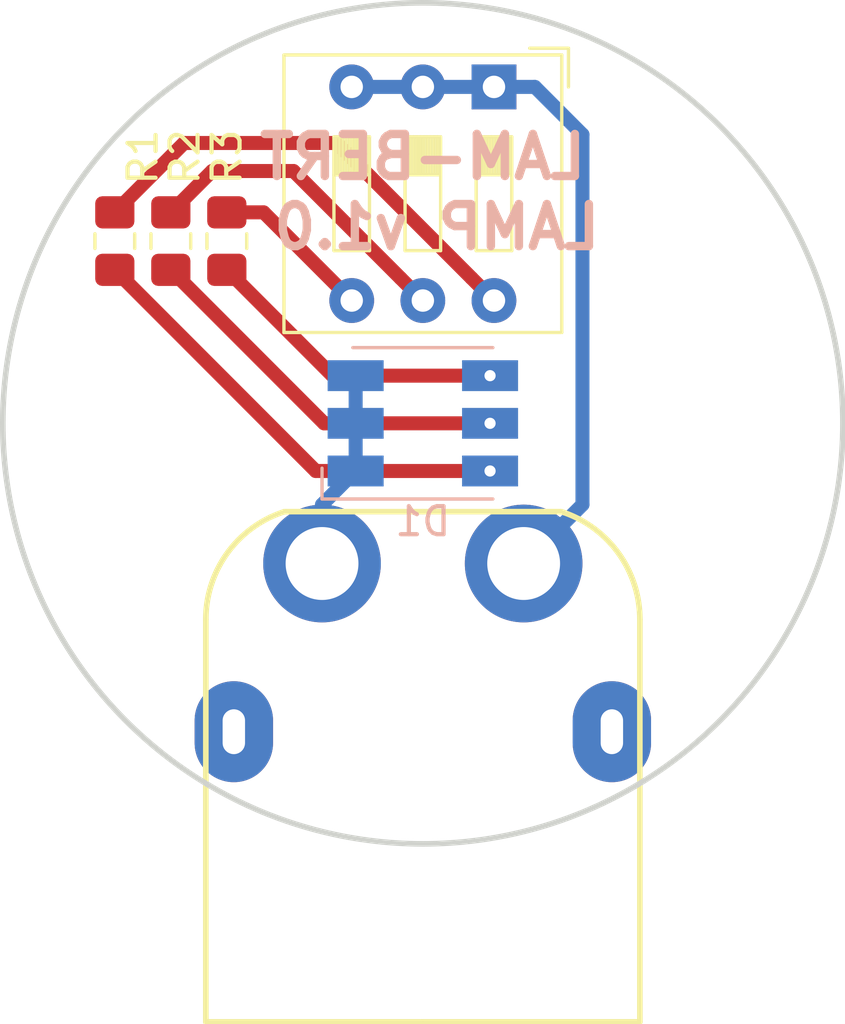
<source format=kicad_pcb>
(kicad_pcb (version 20171130) (host pcbnew 5.0.2-bee76a0~70~ubuntu16.04.1)

  (general
    (thickness 1.6)
    (drawings 5)
    (tracks 29)
    (zones 0)
    (modules 8)
    (nets 9)
  )

  (page A4)
  (layers
    (0 F.Cu signal)
    (31 B.Cu signal)
    (32 B.Adhes user)
    (33 F.Adhes user)
    (34 B.Paste user)
    (35 F.Paste user)
    (36 B.SilkS user)
    (37 F.SilkS user)
    (38 B.Mask user)
    (39 F.Mask user)
    (40 Dwgs.User user)
    (41 Cmts.User user)
    (42 Eco1.User user)
    (43 Eco2.User user)
    (44 Edge.Cuts user)
    (45 Margin user)
    (46 B.CrtYd user hide)
    (47 F.CrtYd user hide)
    (48 B.Fab user hide)
    (49 F.Fab user hide)
  )

  (setup
    (last_trace_width 0.5)
    (trace_clearance 0.2)
    (zone_clearance 0.508)
    (zone_45_only no)
    (trace_min 0.2)
    (segment_width 0.2)
    (edge_width 0.15)
    (via_size 0.8)
    (via_drill 0.4)
    (via_min_size 0.4)
    (via_min_drill 0.3)
    (uvia_size 0.3)
    (uvia_drill 0.1)
    (uvias_allowed no)
    (uvia_min_size 0.2)
    (uvia_min_drill 0.1)
    (pcb_text_width 0.3)
    (pcb_text_size 1.5 1.5)
    (mod_edge_width 0.15)
    (mod_text_size 1 1)
    (mod_text_width 0.15)
    (pad_size 1.524 1.524)
    (pad_drill 0.762)
    (pad_to_mask_clearance 0.051)
    (solder_mask_min_width 0.25)
    (aux_axis_origin 0 0)
    (visible_elements FFFFFF7F)
    (pcbplotparams
      (layerselection 0x010fc_ffffffff)
      (usegerberextensions false)
      (usegerberattributes false)
      (usegerberadvancedattributes false)
      (creategerberjobfile false)
      (excludeedgelayer true)
      (linewidth 0.100000)
      (plotframeref false)
      (viasonmask false)
      (mode 1)
      (useauxorigin false)
      (hpglpennumber 1)
      (hpglpenspeed 20)
      (hpglpendiameter 15.000000)
      (psnegative false)
      (psa4output false)
      (plotreference true)
      (plotvalue true)
      (plotinvisibletext false)
      (padsonsilk false)
      (subtractmaskfromsilk false)
      (outputformat 1)
      (mirror false)
      (drillshape 1)
      (scaleselection 1)
      (outputdirectory ""))
  )

  (net 0 "")
  (net 1 GND)
  (net 2 "Net-(D1-Pad4)")
  (net 3 "Net-(D1-Pad5)")
  (net 4 "Net-(D1-Pad6)")
  (net 5 "Net-(J1-Pad2)")
  (net 6 "Net-(R1-Pad2)")
  (net 7 "Net-(R2-Pad2)")
  (net 8 "Net-(R3-Pad2)")

  (net_class Default "This is the default net class."
    (clearance 0.2)
    (trace_width 0.5)
    (via_dia 0.8)
    (via_drill 0.4)
    (uvia_dia 0.3)
    (uvia_drill 0.1)
    (add_net GND)
    (add_net "Net-(D1-Pad4)")
    (add_net "Net-(D1-Pad5)")
    (add_net "Net-(D1-Pad6)")
    (add_net "Net-(J1-Pad2)")
    (add_net "Net-(R1-Pad2)")
    (add_net "Net-(R2-Pad2)")
    (add_net "Net-(R3-Pad2)")
  )

  (module device.farm:LED_RGB_5050-6 (layer B.Cu) (tedit 59155824) (tstamp 5DCB0EF7)
    (at 95 95)
    (descr http://cdn.sparkfun.com/datasheets/Components/LED/5060BRG4.pdf)
    (tags "RGB LED 5050-6")
    (path /5DBE1C27)
    (attr smd)
    (fp_text reference D1 (at 0 3.5 -180) (layer B.SilkS)
      (effects (font (size 1 1) (thickness 0.15)) (justify mirror))
    )
    (fp_text value LED_RGB (at 0 -3.3) (layer B.Fab)
      (effects (font (size 1 1) (thickness 0.15)) (justify mirror))
    )
    (fp_line (start -2.5 1.9) (end -1.9 2.5) (layer B.Fab) (width 0.1))
    (fp_line (start 2.5 2.5) (end -2.5 2.5) (layer B.Fab) (width 0.1))
    (fp_line (start 2.5 -2.5) (end 2.5 2.5) (layer B.Fab) (width 0.1))
    (fp_line (start -2.5 -2.5) (end 2.5 -2.5) (layer B.Fab) (width 0.1))
    (fp_line (start -2.5 2.5) (end -2.5 -2.5) (layer B.Fab) (width 0.1))
    (fp_line (start -3.6 2.7) (end 2.5 2.7) (layer B.SilkS) (width 0.12))
    (fp_line (start -3.6 1.6) (end -3.6 2.7) (layer B.SilkS) (width 0.12))
    (fp_line (start 2.5 -2.7) (end -2.5 -2.7) (layer B.SilkS) (width 0.12))
    (fp_line (start 3.65 2.75) (end -3.65 2.75) (layer B.CrtYd) (width 0.05))
    (fp_line (start 3.65 -2.75) (end 3.65 2.75) (layer B.CrtYd) (width 0.05))
    (fp_line (start -3.65 -2.75) (end 3.65 -2.75) (layer B.CrtYd) (width 0.05))
    (fp_line (start -3.65 2.75) (end -3.65 -2.75) (layer B.CrtYd) (width 0.05))
    (fp_text user %R (at 0 0) (layer B.Fab)
      (effects (font (size 0.6 0.6) (thickness 0.06)) (justify mirror))
    )
    (fp_circle (center 0 0) (end 0 1.9) (layer B.Fab) (width 0.1))
    (pad 1 smd rect (at -2.4 1.7 270) (size 1.1 2) (layers B.Cu B.Paste B.Mask)
      (net 1 GND))
    (pad 2 smd rect (at -2.4 0 270) (size 1.1 2) (layers B.Cu B.Paste B.Mask)
      (net 1 GND))
    (pad 3 smd rect (at -2.4 -1.7 270) (size 1.1 2) (layers B.Cu B.Paste B.Mask)
      (net 1 GND))
    (pad 4 smd rect (at 2.4 -1.7 270) (size 1.1 2) (layers B.Cu B.Paste B.Mask)
      (net 2 "Net-(D1-Pad4)"))
    (pad 5 smd rect (at 2.4 0 270) (size 1.1 2) (layers B.Cu B.Paste B.Mask)
      (net 3 "Net-(D1-Pad5)"))
    (pad 6 smd rect (at 2.4 1.7 270) (size 1.1 2) (layers B.Cu B.Paste B.Mask)
      (net 4 "Net-(D1-Pad6)"))
    (model ${DF_3D}/LED_RGB_5050-6.step
      (at (xyz 0 0 0))
      (scale (xyz 1 1 1))
      (rotate (xyz 0 0 0))
    )
  )

  (module MountingHole:MountingHole_3.7mm (layer F.Cu) (tedit 5DBE1F98) (tstamp 5DCB0EFF)
    (at 84 95)
    (descr "Mounting Hole 3.7mm, no annular")
    (tags "mounting hole 3.7mm no annular")
    (path /5DBE23FE)
    (attr virtual)
    (fp_text reference H1 (at 0 -4.7) (layer F.SilkS) hide
      (effects (font (size 1 1) (thickness 0.15)))
    )
    (fp_text value MountingHole (at 0 4.7) (layer F.Fab)
      (effects (font (size 1 1) (thickness 0.15)))
    )
    (fp_text user %R (at 0.3 0) (layer F.Fab)
      (effects (font (size 1 1) (thickness 0.15)))
    )
    (fp_circle (center 0 0) (end 3.7 0) (layer Cmts.User) (width 0.15))
    (fp_circle (center 0 0) (end 3.95 0) (layer F.CrtYd) (width 0.05))
    (pad 1 np_thru_hole circle (at 0 0) (size 3.7 3.7) (drill 3.7) (layers *.Cu *.Mask))
  )

  (module MountingHole:MountingHole_3.7mm (layer F.Cu) (tedit 5DBE1F9C) (tstamp 5DCB0F07)
    (at 106 95)
    (descr "Mounting Hole 3.7mm, no annular")
    (tags "mounting hole 3.7mm no annular")
    (path /5DBE24B5)
    (attr virtual)
    (fp_text reference H2 (at 0 -4.7) (layer F.SilkS) hide
      (effects (font (size 1 1) (thickness 0.15)))
    )
    (fp_text value MountingHole (at 0 4.7) (layer F.Fab)
      (effects (font (size 1 1) (thickness 0.15)))
    )
    (fp_circle (center 0 0) (end 3.95 0) (layer F.CrtYd) (width 0.05))
    (fp_circle (center 0 0) (end 3.7 0) (layer Cmts.User) (width 0.15))
    (fp_text user %R (at 0.3 0) (layer F.Fab)
      (effects (font (size 1 1) (thickness 0.15)))
    )
    (pad 1 np_thru_hole circle (at 0 0) (size 3.7 3.7) (drill 3.7) (layers *.Cu *.Mask))
  )

  (module device.farm:XT60PW-M (layer F.Cu) (tedit 5DBE206B) (tstamp 5DCB0F17)
    (at 95 100)
    (path /5DBE1ACC)
    (fp_text reference J1 (at 0 -3) (layer F.SilkS) hide
      (effects (font (size 1 1) (thickness 0.15)))
    )
    (fp_text value Conn_01x02_Male (at 0 15) (layer F.Fab)
      (effects (font (size 1 1) (thickness 0.15)))
    )
    (fp_line (start -7.75 1.9964) (end -7.75 16.34999) (layer F.SilkS) (width 0.2))
    (fp_line (start 0 -1.85001) (end 4.942354 -1.85001) (layer F.SilkS) (width 0.2))
    (fp_line (start 7.75 16.34999) (end 0 16.34999) (layer F.SilkS) (width 0.2))
    (fp_line (start 0 -1.85001) (end -4.942354 -1.85001) (layer F.SilkS) (width 0.2))
    (fp_arc (start -3.711431 1.9964) (end -4.942354 -1.85001) (angle -72.25435427) (layer F.SilkS) (width 0.2))
    (fp_line (start 7.75 1.9964) (end 7.75 16.34999) (layer F.SilkS) (width 0.2))
    (fp_arc (start 3.711431 1.9964) (end 7.75 1.9964) (angle -72.25435427) (layer F.SilkS) (width 0.2))
    (fp_line (start -7.75 16.34999) (end 0 16.34999) (layer F.SilkS) (width 0.2))
    (pad 1 thru_hole circle (at -3.6 0) (size 4.2 4.2) (drill 2.6) (layers *.Cu *.Mask)
      (net 1 GND))
    (pad 2 thru_hole circle (at 3.6 0) (size 4.2 4.2) (drill 2.6) (layers *.Cu *.Mask)
      (net 5 "Net-(J1-Pad2)"))
    (pad "" thru_hole oval (at -6.75 6) (size 2.8 3.6) (drill oval 0.8 1.6) (layers *.Cu *.Mask))
    (pad "" thru_hole oval (at 6.75 6) (size 2.8 3.6) (drill oval 0.8 1.6) (layers *.Cu *.Mask))
    (model ${DF}/device.farm.pretty/XT60PW-M.step
      (at (xyz 0 0 0))
      (scale (xyz 1 1 1))
      (rotate (xyz 0 0 180))
    )
  )

  (module Resistor_SMD:R_0805_2012Metric_Pad1.15x1.40mm_HandSolder (layer F.Cu) (tedit 5B36C52B) (tstamp 5DCB0F28)
    (at 84 88.5 90)
    (descr "Resistor SMD 0805 (2012 Metric), square (rectangular) end terminal, IPC_7351 nominal with elongated pad for handsoldering. (Body size source: https://docs.google.com/spreadsheets/d/1BsfQQcO9C6DZCsRaXUlFlo91Tg2WpOkGARC1WS5S8t0/edit?usp=sharing), generated with kicad-footprint-generator")
    (tags "resistor handsolder")
    (path /5DBE1CED)
    (attr smd)
    (fp_text reference R1 (at 3 1 90) (layer F.SilkS)
      (effects (font (size 1 1) (thickness 0.15)))
    )
    (fp_text value 270R (at 0 1.65 90) (layer F.Fab)
      (effects (font (size 1 1) (thickness 0.15)))
    )
    (fp_line (start -1 0.6) (end -1 -0.6) (layer F.Fab) (width 0.1))
    (fp_line (start -1 -0.6) (end 1 -0.6) (layer F.Fab) (width 0.1))
    (fp_line (start 1 -0.6) (end 1 0.6) (layer F.Fab) (width 0.1))
    (fp_line (start 1 0.6) (end -1 0.6) (layer F.Fab) (width 0.1))
    (fp_line (start -0.261252 -0.71) (end 0.261252 -0.71) (layer F.SilkS) (width 0.12))
    (fp_line (start -0.261252 0.71) (end 0.261252 0.71) (layer F.SilkS) (width 0.12))
    (fp_line (start -1.85 0.95) (end -1.85 -0.95) (layer F.CrtYd) (width 0.05))
    (fp_line (start -1.85 -0.95) (end 1.85 -0.95) (layer F.CrtYd) (width 0.05))
    (fp_line (start 1.85 -0.95) (end 1.85 0.95) (layer F.CrtYd) (width 0.05))
    (fp_line (start 1.85 0.95) (end -1.85 0.95) (layer F.CrtYd) (width 0.05))
    (fp_text user %R (at 0 0 90) (layer F.Fab)
      (effects (font (size 0.5 0.5) (thickness 0.08)))
    )
    (pad 1 smd roundrect (at -1.025 0 90) (size 1.15 1.4) (layers F.Cu F.Paste F.Mask) (roundrect_rratio 0.217391)
      (net 4 "Net-(D1-Pad6)"))
    (pad 2 smd roundrect (at 1.025 0 90) (size 1.15 1.4) (layers F.Cu F.Paste F.Mask) (roundrect_rratio 0.217391)
      (net 6 "Net-(R1-Pad2)"))
    (model ${KISYS3DMOD}/Resistor_SMD.3dshapes/R_0805_2012Metric.wrl
      (at (xyz 0 0 0))
      (scale (xyz 1 1 1))
      (rotate (xyz 0 0 0))
    )
  )

  (module Resistor_SMD:R_0805_2012Metric_Pad1.15x1.40mm_HandSolder (layer F.Cu) (tedit 5B36C52B) (tstamp 5DCB0F39)
    (at 86 88.5 90)
    (descr "Resistor SMD 0805 (2012 Metric), square (rectangular) end terminal, IPC_7351 nominal with elongated pad for handsoldering. (Body size source: https://docs.google.com/spreadsheets/d/1BsfQQcO9C6DZCsRaXUlFlo91Tg2WpOkGARC1WS5S8t0/edit?usp=sharing), generated with kicad-footprint-generator")
    (tags "resistor handsolder")
    (path /5DBE1DCA)
    (attr smd)
    (fp_text reference R2 (at 3 0.5 90) (layer F.SilkS)
      (effects (font (size 1 1) (thickness 0.15)))
    )
    (fp_text value 270R (at 0 1.65 90) (layer F.Fab)
      (effects (font (size 1 1) (thickness 0.15)))
    )
    (fp_text user %R (at 0 0 90) (layer F.Fab)
      (effects (font (size 0.5 0.5) (thickness 0.08)))
    )
    (fp_line (start 1.85 0.95) (end -1.85 0.95) (layer F.CrtYd) (width 0.05))
    (fp_line (start 1.85 -0.95) (end 1.85 0.95) (layer F.CrtYd) (width 0.05))
    (fp_line (start -1.85 -0.95) (end 1.85 -0.95) (layer F.CrtYd) (width 0.05))
    (fp_line (start -1.85 0.95) (end -1.85 -0.95) (layer F.CrtYd) (width 0.05))
    (fp_line (start -0.261252 0.71) (end 0.261252 0.71) (layer F.SilkS) (width 0.12))
    (fp_line (start -0.261252 -0.71) (end 0.261252 -0.71) (layer F.SilkS) (width 0.12))
    (fp_line (start 1 0.6) (end -1 0.6) (layer F.Fab) (width 0.1))
    (fp_line (start 1 -0.6) (end 1 0.6) (layer F.Fab) (width 0.1))
    (fp_line (start -1 -0.6) (end 1 -0.6) (layer F.Fab) (width 0.1))
    (fp_line (start -1 0.6) (end -1 -0.6) (layer F.Fab) (width 0.1))
    (pad 2 smd roundrect (at 1.025 0 90) (size 1.15 1.4) (layers F.Cu F.Paste F.Mask) (roundrect_rratio 0.217391)
      (net 7 "Net-(R2-Pad2)"))
    (pad 1 smd roundrect (at -1.025 0 90) (size 1.15 1.4) (layers F.Cu F.Paste F.Mask) (roundrect_rratio 0.217391)
      (net 3 "Net-(D1-Pad5)"))
    (model ${KISYS3DMOD}/Resistor_SMD.3dshapes/R_0805_2012Metric.wrl
      (at (xyz 0 0 0))
      (scale (xyz 1 1 1))
      (rotate (xyz 0 0 0))
    )
  )

  (module Resistor_SMD:R_0805_2012Metric_Pad1.15x1.40mm_HandSolder (layer F.Cu) (tedit 5B36C52B) (tstamp 5DCB2A80)
    (at 88 88.5 90)
    (descr "Resistor SMD 0805 (2012 Metric), square (rectangular) end terminal, IPC_7351 nominal with elongated pad for handsoldering. (Body size source: https://docs.google.com/spreadsheets/d/1BsfQQcO9C6DZCsRaXUlFlo91Tg2WpOkGARC1WS5S8t0/edit?usp=sharing), generated with kicad-footprint-generator")
    (tags "resistor handsolder")
    (path /5DBE1DE8)
    (attr smd)
    (fp_text reference R3 (at 3 0 90) (layer F.SilkS)
      (effects (font (size 1 1) (thickness 0.15)))
    )
    (fp_text value 270R (at 0 1.65 90) (layer F.Fab)
      (effects (font (size 1 1) (thickness 0.15)))
    )
    (fp_line (start -1 0.6) (end -1 -0.6) (layer F.Fab) (width 0.1))
    (fp_line (start -1 -0.6) (end 1 -0.6) (layer F.Fab) (width 0.1))
    (fp_line (start 1 -0.6) (end 1 0.6) (layer F.Fab) (width 0.1))
    (fp_line (start 1 0.6) (end -1 0.6) (layer F.Fab) (width 0.1))
    (fp_line (start -0.261252 -0.71) (end 0.261252 -0.71) (layer F.SilkS) (width 0.12))
    (fp_line (start -0.261252 0.71) (end 0.261252 0.71) (layer F.SilkS) (width 0.12))
    (fp_line (start -1.85 0.95) (end -1.85 -0.95) (layer F.CrtYd) (width 0.05))
    (fp_line (start -1.85 -0.95) (end 1.85 -0.95) (layer F.CrtYd) (width 0.05))
    (fp_line (start 1.85 -0.95) (end 1.85 0.95) (layer F.CrtYd) (width 0.05))
    (fp_line (start 1.85 0.95) (end -1.85 0.95) (layer F.CrtYd) (width 0.05))
    (fp_text user %R (at 0 0 90) (layer F.Fab)
      (effects (font (size 0.5 0.5) (thickness 0.08)))
    )
    (pad 1 smd roundrect (at -1.025 0 90) (size 1.15 1.4) (layers F.Cu F.Paste F.Mask) (roundrect_rratio 0.217391)
      (net 2 "Net-(D1-Pad4)"))
    (pad 2 smd roundrect (at 1.025 0 90) (size 1.15 1.4) (layers F.Cu F.Paste F.Mask) (roundrect_rratio 0.217391)
      (net 8 "Net-(R3-Pad2)"))
    (model ${KISYS3DMOD}/Resistor_SMD.3dshapes/R_0805_2012Metric.wrl
      (at (xyz 0 0 0))
      (scale (xyz 1 1 1))
      (rotate (xyz 0 0 0))
    )
  )

  (module Button_Switch_THT:SW_DIP_SPSTx03_Slide_9.78x9.8mm_W7.62mm_P2.54mm (layer F.Cu) (tedit 5DBE21E4) (tstamp 5DCB0FC5)
    (at 97.54 83 270)
    (descr "3x-dip-switch SPST , Slide, row spacing 7.62 mm (300 mils), body size 9.78x9.8mm (see e.g. https://www.ctscorp.com/wp-content/uploads/206-208.pdf)")
    (tags "DIP Switch SPST Slide 7.62mm 300mil")
    (path /5DBE1B6C)
    (fp_text reference SW1 (at 3.81 -3.42 270) (layer F.SilkS) hide
      (effects (font (size 1 1) (thickness 0.15)))
    )
    (fp_text value SW_DIP_x03 (at 3.81 8.5 270) (layer F.Fab)
      (effects (font (size 1 1) (thickness 0.15)))
    )
    (fp_line (start -0.08 -2.36) (end 8.7 -2.36) (layer F.Fab) (width 0.1))
    (fp_line (start 8.7 -2.36) (end 8.7 7.44) (layer F.Fab) (width 0.1))
    (fp_line (start 8.7 7.44) (end -1.08 7.44) (layer F.Fab) (width 0.1))
    (fp_line (start -1.08 7.44) (end -1.08 -1.36) (layer F.Fab) (width 0.1))
    (fp_line (start -1.08 -1.36) (end -0.08 -2.36) (layer F.Fab) (width 0.1))
    (fp_line (start 1.78 -0.635) (end 1.78 0.635) (layer F.Fab) (width 0.1))
    (fp_line (start 1.78 0.635) (end 5.84 0.635) (layer F.Fab) (width 0.1))
    (fp_line (start 5.84 0.635) (end 5.84 -0.635) (layer F.Fab) (width 0.1))
    (fp_line (start 5.84 -0.635) (end 1.78 -0.635) (layer F.Fab) (width 0.1))
    (fp_line (start 1.78 -0.535) (end 3.133333 -0.535) (layer F.Fab) (width 0.1))
    (fp_line (start 1.78 -0.435) (end 3.133333 -0.435) (layer F.Fab) (width 0.1))
    (fp_line (start 1.78 -0.335) (end 3.133333 -0.335) (layer F.Fab) (width 0.1))
    (fp_line (start 1.78 -0.235) (end 3.133333 -0.235) (layer F.Fab) (width 0.1))
    (fp_line (start 1.78 -0.135) (end 3.133333 -0.135) (layer F.Fab) (width 0.1))
    (fp_line (start 1.78 -0.035) (end 3.133333 -0.035) (layer F.Fab) (width 0.1))
    (fp_line (start 1.78 0.065) (end 3.133333 0.065) (layer F.Fab) (width 0.1))
    (fp_line (start 1.78 0.165) (end 3.133333 0.165) (layer F.Fab) (width 0.1))
    (fp_line (start 1.78 0.265) (end 3.133333 0.265) (layer F.Fab) (width 0.1))
    (fp_line (start 1.78 0.365) (end 3.133333 0.365) (layer F.Fab) (width 0.1))
    (fp_line (start 1.78 0.465) (end 3.133333 0.465) (layer F.Fab) (width 0.1))
    (fp_line (start 1.78 0.565) (end 3.133333 0.565) (layer F.Fab) (width 0.1))
    (fp_line (start 3.133333 -0.635) (end 3.133333 0.635) (layer F.Fab) (width 0.1))
    (fp_line (start 1.78 1.905) (end 1.78 3.175) (layer F.Fab) (width 0.1))
    (fp_line (start 1.78 3.175) (end 5.84 3.175) (layer F.Fab) (width 0.1))
    (fp_line (start 5.84 3.175) (end 5.84 1.905) (layer F.Fab) (width 0.1))
    (fp_line (start 5.84 1.905) (end 1.78 1.905) (layer F.Fab) (width 0.1))
    (fp_line (start 1.78 2.005) (end 3.133333 2.005) (layer F.Fab) (width 0.1))
    (fp_line (start 1.78 2.105) (end 3.133333 2.105) (layer F.Fab) (width 0.1))
    (fp_line (start 1.78 2.205) (end 3.133333 2.205) (layer F.Fab) (width 0.1))
    (fp_line (start 1.78 2.305) (end 3.133333 2.305) (layer F.Fab) (width 0.1))
    (fp_line (start 1.78 2.405) (end 3.133333 2.405) (layer F.Fab) (width 0.1))
    (fp_line (start 1.78 2.505) (end 3.133333 2.505) (layer F.Fab) (width 0.1))
    (fp_line (start 1.78 2.605) (end 3.133333 2.605) (layer F.Fab) (width 0.1))
    (fp_line (start 1.78 2.705) (end 3.133333 2.705) (layer F.Fab) (width 0.1))
    (fp_line (start 1.78 2.805) (end 3.133333 2.805) (layer F.Fab) (width 0.1))
    (fp_line (start 1.78 2.905) (end 3.133333 2.905) (layer F.Fab) (width 0.1))
    (fp_line (start 1.78 3.005) (end 3.133333 3.005) (layer F.Fab) (width 0.1))
    (fp_line (start 1.78 3.105) (end 3.133333 3.105) (layer F.Fab) (width 0.1))
    (fp_line (start 3.133333 1.905) (end 3.133333 3.175) (layer F.Fab) (width 0.1))
    (fp_line (start 1.78 4.445) (end 1.78 5.715) (layer F.Fab) (width 0.1))
    (fp_line (start 1.78 5.715) (end 5.84 5.715) (layer F.Fab) (width 0.1))
    (fp_line (start 5.84 5.715) (end 5.84 4.445) (layer F.Fab) (width 0.1))
    (fp_line (start 5.84 4.445) (end 1.78 4.445) (layer F.Fab) (width 0.1))
    (fp_line (start 1.78 4.545) (end 3.133333 4.545) (layer F.Fab) (width 0.1))
    (fp_line (start 1.78 4.645) (end 3.133333 4.645) (layer F.Fab) (width 0.1))
    (fp_line (start 1.78 4.745) (end 3.133333 4.745) (layer F.Fab) (width 0.1))
    (fp_line (start 1.78 4.845) (end 3.133333 4.845) (layer F.Fab) (width 0.1))
    (fp_line (start 1.78 4.945) (end 3.133333 4.945) (layer F.Fab) (width 0.1))
    (fp_line (start 1.78 5.045) (end 3.133333 5.045) (layer F.Fab) (width 0.1))
    (fp_line (start 1.78 5.145) (end 3.133333 5.145) (layer F.Fab) (width 0.1))
    (fp_line (start 1.78 5.245) (end 3.133333 5.245) (layer F.Fab) (width 0.1))
    (fp_line (start 1.78 5.345) (end 3.133333 5.345) (layer F.Fab) (width 0.1))
    (fp_line (start 1.78 5.445) (end 3.133333 5.445) (layer F.Fab) (width 0.1))
    (fp_line (start 1.78 5.545) (end 3.133333 5.545) (layer F.Fab) (width 0.1))
    (fp_line (start 1.78 5.645) (end 3.133333 5.645) (layer F.Fab) (width 0.1))
    (fp_line (start 3.133333 4.445) (end 3.133333 5.715) (layer F.Fab) (width 0.1))
    (fp_line (start -1.14 -2.42) (end 8.76 -2.42) (layer F.SilkS) (width 0.12))
    (fp_line (start -1.14 7.5) (end 8.76 7.5) (layer F.SilkS) (width 0.12))
    (fp_line (start -1.14 -2.42) (end -1.14 7.5) (layer F.SilkS) (width 0.12))
    (fp_line (start 8.76 -2.42) (end 8.76 7.5) (layer F.SilkS) (width 0.12))
    (fp_line (start -1.38 -2.66) (end 0.004 -2.66) (layer F.SilkS) (width 0.12))
    (fp_line (start -1.38 -2.66) (end -1.38 -1.277) (layer F.SilkS) (width 0.12))
    (fp_line (start 1.78 -0.635) (end 1.78 0.635) (layer F.SilkS) (width 0.12))
    (fp_line (start 1.78 0.635) (end 5.84 0.635) (layer F.SilkS) (width 0.12))
    (fp_line (start 5.84 0.635) (end 5.84 -0.635) (layer F.SilkS) (width 0.12))
    (fp_line (start 5.84 -0.635) (end 1.78 -0.635) (layer F.SilkS) (width 0.12))
    (fp_line (start 1.78 -0.515) (end 3.133333 -0.515) (layer F.SilkS) (width 0.12))
    (fp_line (start 1.78 -0.395) (end 3.133333 -0.395) (layer F.SilkS) (width 0.12))
    (fp_line (start 1.78 -0.275) (end 3.133333 -0.275) (layer F.SilkS) (width 0.12))
    (fp_line (start 1.78 -0.155) (end 3.133333 -0.155) (layer F.SilkS) (width 0.12))
    (fp_line (start 1.78 -0.035) (end 3.133333 -0.035) (layer F.SilkS) (width 0.12))
    (fp_line (start 1.78 0.085) (end 3.133333 0.085) (layer F.SilkS) (width 0.12))
    (fp_line (start 1.78 0.205) (end 3.133333 0.205) (layer F.SilkS) (width 0.12))
    (fp_line (start 1.78 0.325) (end 3.133333 0.325) (layer F.SilkS) (width 0.12))
    (fp_line (start 1.78 0.445) (end 3.133333 0.445) (layer F.SilkS) (width 0.12))
    (fp_line (start 1.78 0.565) (end 3.133333 0.565) (layer F.SilkS) (width 0.12))
    (fp_line (start 3.133333 -0.635) (end 3.133333 0.635) (layer F.SilkS) (width 0.12))
    (fp_line (start 1.78 1.905) (end 1.78 3.175) (layer F.SilkS) (width 0.12))
    (fp_line (start 1.78 3.175) (end 5.84 3.175) (layer F.SilkS) (width 0.12))
    (fp_line (start 5.84 3.175) (end 5.84 1.905) (layer F.SilkS) (width 0.12))
    (fp_line (start 5.84 1.905) (end 1.78 1.905) (layer F.SilkS) (width 0.12))
    (fp_line (start 1.78 2.025) (end 3.133333 2.025) (layer F.SilkS) (width 0.12))
    (fp_line (start 1.78 2.145) (end 3.133333 2.145) (layer F.SilkS) (width 0.12))
    (fp_line (start 1.78 2.265) (end 3.133333 2.265) (layer F.SilkS) (width 0.12))
    (fp_line (start 1.78 2.385) (end 3.133333 2.385) (layer F.SilkS) (width 0.12))
    (fp_line (start 1.78 2.505) (end 3.133333 2.505) (layer F.SilkS) (width 0.12))
    (fp_line (start 1.78 2.625) (end 3.133333 2.625) (layer F.SilkS) (width 0.12))
    (fp_line (start 1.78 2.745) (end 3.133333 2.745) (layer F.SilkS) (width 0.12))
    (fp_line (start 1.78 2.865) (end 3.133333 2.865) (layer F.SilkS) (width 0.12))
    (fp_line (start 1.78 2.985) (end 3.133333 2.985) (layer F.SilkS) (width 0.12))
    (fp_line (start 1.78 3.105) (end 3.133333 3.105) (layer F.SilkS) (width 0.12))
    (fp_line (start 3.133333 1.905) (end 3.133333 3.175) (layer F.SilkS) (width 0.12))
    (fp_line (start 1.78 4.445) (end 1.78 5.715) (layer F.SilkS) (width 0.12))
    (fp_line (start 1.78 5.715) (end 5.84 5.715) (layer F.SilkS) (width 0.12))
    (fp_line (start 5.84 5.715) (end 5.84 4.445) (layer F.SilkS) (width 0.12))
    (fp_line (start 5.84 4.445) (end 1.78 4.445) (layer F.SilkS) (width 0.12))
    (fp_line (start 1.78 4.565) (end 3.133333 4.565) (layer F.SilkS) (width 0.12))
    (fp_line (start 1.78 4.685) (end 3.133333 4.685) (layer F.SilkS) (width 0.12))
    (fp_line (start 1.78 4.805) (end 3.133333 4.805) (layer F.SilkS) (width 0.12))
    (fp_line (start 1.78 4.925) (end 3.133333 4.925) (layer F.SilkS) (width 0.12))
    (fp_line (start 1.78 5.045) (end 3.133333 5.045) (layer F.SilkS) (width 0.12))
    (fp_line (start 1.78 5.165) (end 3.133333 5.165) (layer F.SilkS) (width 0.12))
    (fp_line (start 1.78 5.285) (end 3.133333 5.285) (layer F.SilkS) (width 0.12))
    (fp_line (start 1.78 5.405) (end 3.133333 5.405) (layer F.SilkS) (width 0.12))
    (fp_line (start 1.78 5.525) (end 3.133333 5.525) (layer F.SilkS) (width 0.12))
    (fp_line (start 1.78 5.645) (end 3.133333 5.645) (layer F.SilkS) (width 0.12))
    (fp_line (start 3.133333 4.445) (end 3.133333 5.715) (layer F.SilkS) (width 0.12))
    (fp_line (start -1.35 -2.7) (end -1.35 7.75) (layer F.CrtYd) (width 0.05))
    (fp_line (start -1.35 7.75) (end 8.95 7.75) (layer F.CrtYd) (width 0.05))
    (fp_line (start 8.95 7.75) (end 8.95 -2.7) (layer F.CrtYd) (width 0.05))
    (fp_line (start 8.95 -2.7) (end -1.35 -2.7) (layer F.CrtYd) (width 0.05))
    (fp_text user %R (at 7.27 2.54) (layer F.Fab)
      (effects (font (size 0.8 0.8) (thickness 0.12)))
    )
    (fp_text user on (at 5.365 -1.4975 270) (layer F.Fab)
      (effects (font (size 0.8 0.8) (thickness 0.12)))
    )
    (pad 1 thru_hole rect (at 0 0 270) (size 1.6 1.6) (drill 0.8) (layers *.Cu *.Mask)
      (net 5 "Net-(J1-Pad2)"))
    (pad 4 thru_hole oval (at 7.62 5.08 270) (size 1.6 1.6) (drill 0.8) (layers *.Cu *.Mask)
      (net 8 "Net-(R3-Pad2)"))
    (pad 2 thru_hole oval (at 0 2.54 270) (size 1.6 1.6) (drill 0.8) (layers *.Cu *.Mask)
      (net 5 "Net-(J1-Pad2)"))
    (pad 5 thru_hole oval (at 7.62 2.54 270) (size 1.6 1.6) (drill 0.8) (layers *.Cu *.Mask)
      (net 7 "Net-(R2-Pad2)"))
    (pad 3 thru_hole oval (at 0 5.08 270) (size 1.6 1.6) (drill 0.8) (layers *.Cu *.Mask)
      (net 5 "Net-(J1-Pad2)"))
    (pad 6 thru_hole oval (at 7.62 0 270) (size 1.6 1.6) (drill 0.8) (layers *.Cu *.Mask)
      (net 6 "Net-(R1-Pad2)"))
    (model ${KISYS3DMOD}/Button_Switch_THT.3dshapes/SW_DIP_SPSTx03_Slide_9.78x9.8mm_W7.62mm_P2.54mm.wrl
      (at (xyz 0 0 0))
      (scale (xyz 1 1 1))
      (rotate (xyz 0 0 90))
    )
  )

  (gr_text "LAMP v1.0" (at 95.5 88) (layer B.SilkS)
    (effects (font (size 1.5 1.5) (thickness 0.3)) (justify mirror))
  )
  (gr_text LAM-BERT (at 95 85.5) (layer B.SilkS)
    (effects (font (size 1.5 1.5) (thickness 0.3)) (justify mirror))
  )
  (gr_line (start 95 80) (end 95 110) (layer Dwgs.User) (width 0.15))
  (gr_line (start 80 95) (end 110 95) (layer Dwgs.User) (width 0.15))
  (gr_circle (center 95 95) (end 110 95) (layer Edge.Cuts) (width 0.2) (tstamp 5DCB1275))

  (segment (start 91.4 97.9) (end 92.6 96.7) (width 0.5) (layer B.Cu) (net 1))
  (segment (start 91.4 100) (end 91.4 97.9) (width 0.5) (layer B.Cu) (net 1))
  (segment (start 92.6 93.3) (end 92.6 95) (width 0.5) (layer B.Cu) (net 1))
  (segment (start 92.6 95) (end 92.6 96.7) (width 0.5) (layer B.Cu) (net 1))
  (via (at 97.4 93.3) (size 0.8) (drill 0.4) (layers F.Cu B.Cu) (net 2))
  (segment (start 91.775 93.3) (end 88 89.525) (width 0.5) (layer F.Cu) (net 2))
  (segment (start 97.4 93.3) (end 91.775 93.3) (width 0.5) (layer F.Cu) (net 2))
  (via (at 97.4 95) (size 0.8) (drill 0.4) (layers F.Cu B.Cu) (net 3))
  (segment (start 91.475 95) (end 86 89.525) (width 0.5) (layer F.Cu) (net 3))
  (segment (start 97.4 95) (end 91.475 95) (width 0.5) (layer F.Cu) (net 3))
  (via (at 97.4 96.7) (size 0.8) (drill 0.4) (layers F.Cu B.Cu) (net 4))
  (segment (start 91.175 96.7) (end 84 89.525) (width 0.5) (layer F.Cu) (net 4))
  (segment (start 97.4 96.7) (end 91.175 96.7) (width 0.5) (layer F.Cu) (net 4))
  (segment (start 100.699999 97.900001) (end 100.699999 84.699999) (width 0.5) (layer B.Cu) (net 5))
  (segment (start 98.6 100) (end 100.699999 97.900001) (width 0.5) (layer B.Cu) (net 5))
  (segment (start 99 83) (end 97.54 83) (width 0.5) (layer B.Cu) (net 5))
  (segment (start 100.699999 84.699999) (end 99 83) (width 0.5) (layer B.Cu) (net 5))
  (segment (start 97.54 83) (end 95 83) (width 0.5) (layer B.Cu) (net 5))
  (segment (start 95 83) (end 92.46 83) (width 0.5) (layer B.Cu) (net 5))
  (segment (start 96.740001 89.820001) (end 97.54 90.62) (width 0.5) (layer F.Cu) (net 6))
  (segment (start 91.92 85) (end 96.740001 89.820001) (width 0.5) (layer F.Cu) (net 6))
  (segment (start 86.475 85) (end 91.92 85) (width 0.5) (layer F.Cu) (net 6))
  (segment (start 84 87.475) (end 86.475 85) (width 0.5) (layer F.Cu) (net 6))
  (segment (start 94.200001 89.820001) (end 95 90.62) (width 0.5) (layer F.Cu) (net 7))
  (segment (start 87.475 86) (end 90.38 86) (width 0.5) (layer F.Cu) (net 7))
  (segment (start 86 87.475) (end 87.475 86) (width 0.5) (layer F.Cu) (net 7))
  (segment (start 90.38 86) (end 94.200001 89.820001) (width 0.5) (layer F.Cu) (net 7))
  (segment (start 89.315 87.475) (end 92.46 90.62) (width 0.5) (layer F.Cu) (net 8))
  (segment (start 88 87.475) (end 89.315 87.475) (width 0.5) (layer F.Cu) (net 8))

)

</source>
